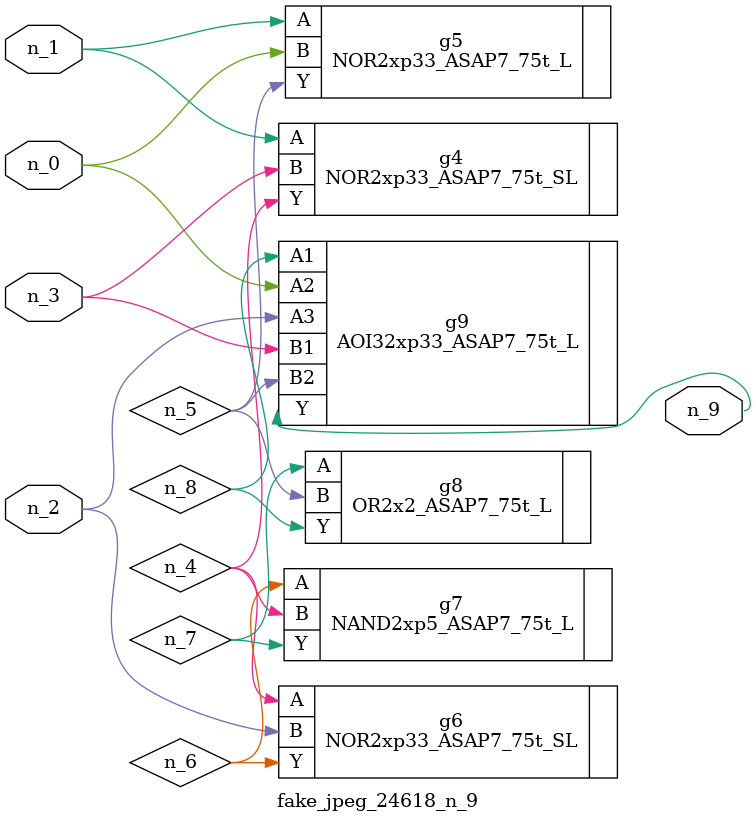
<source format=v>
module fake_jpeg_24618_n_9 (n_0, n_3, n_2, n_1, n_9);

input n_0;
input n_3;
input n_2;
input n_1;

output n_9;

wire n_4;
wire n_8;
wire n_6;
wire n_5;
wire n_7;

NOR2xp33_ASAP7_75t_SL g4 ( 
.A(n_1),
.B(n_3),
.Y(n_4)
);

NOR2xp33_ASAP7_75t_L g5 ( 
.A(n_1),
.B(n_0),
.Y(n_5)
);

NOR2xp33_ASAP7_75t_SL g6 ( 
.A(n_4),
.B(n_2),
.Y(n_6)
);

NAND2xp5_ASAP7_75t_L g7 ( 
.A(n_6),
.B(n_4),
.Y(n_7)
);

OR2x2_ASAP7_75t_L g8 ( 
.A(n_7),
.B(n_5),
.Y(n_8)
);

AOI32xp33_ASAP7_75t_L g9 ( 
.A1(n_8),
.A2(n_0),
.A3(n_2),
.B1(n_3),
.B2(n_5),
.Y(n_9)
);


endmodule
</source>
